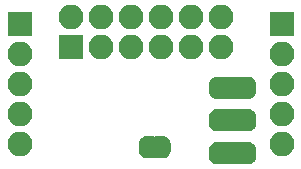
<source format=gbr>
G04 #@! TF.GenerationSoftware,KiCad,Pcbnew,5.0.0*
G04 #@! TF.CreationDate,2018-11-11T13:40:21-05:00*
G04 #@! TF.ProjectId,Pi-I2C-Level-Shifter,50692D4932432D4C6576656C2D536869,rev?*
G04 #@! TF.SameCoordinates,Original*
G04 #@! TF.FileFunction,Soldermask,Bot*
G04 #@! TF.FilePolarity,Negative*
%FSLAX46Y46*%
G04 Gerber Fmt 4.6, Leading zero omitted, Abs format (unit mm)*
G04 Created by KiCad (PCBNEW 5.0.0) date Sun Nov 11 13:40:21 2018*
%MOMM*%
%LPD*%
G01*
G04 APERTURE LIST*
%ADD10C,0.500000*%
%ADD11C,0.100000*%
%ADD12R,1.400000X1.900000*%
%ADD13R,2.100000X2.100000*%
%ADD14O,2.100000X2.100000*%
G04 APERTURE END LIST*
D10*
G04 #@! TO.C,JP1*
X194975000Y-91694000D03*
D11*
G36*
X194981112Y-90744602D02*
X194999534Y-90744602D01*
X195019140Y-90745565D01*
X195067971Y-90750375D01*
X195087380Y-90753254D01*
X195135505Y-90762826D01*
X195154548Y-90767596D01*
X195201503Y-90781840D01*
X195219980Y-90788451D01*
X195265313Y-90807228D01*
X195283061Y-90815623D01*
X195326334Y-90838754D01*
X195343162Y-90848840D01*
X195383961Y-90876100D01*
X195399730Y-90887795D01*
X195437659Y-90918923D01*
X195452200Y-90932103D01*
X195486897Y-90966800D01*
X195500077Y-90981341D01*
X195531205Y-91019270D01*
X195542900Y-91035039D01*
X195570160Y-91075838D01*
X195580246Y-91092666D01*
X195603377Y-91135939D01*
X195611772Y-91153687D01*
X195630549Y-91199020D01*
X195637160Y-91217497D01*
X195651404Y-91264452D01*
X195656174Y-91283495D01*
X195665746Y-91331620D01*
X195668625Y-91351029D01*
X195673435Y-91399860D01*
X195674398Y-91419466D01*
X195674398Y-91437888D01*
X195675000Y-91444000D01*
X195675000Y-91944000D01*
X195674398Y-91950112D01*
X195674398Y-91968534D01*
X195673435Y-91988140D01*
X195668625Y-92036971D01*
X195665746Y-92056380D01*
X195656174Y-92104505D01*
X195651404Y-92123548D01*
X195637160Y-92170503D01*
X195630549Y-92188980D01*
X195611772Y-92234313D01*
X195603377Y-92252061D01*
X195580246Y-92295334D01*
X195570160Y-92312162D01*
X195542900Y-92352961D01*
X195531205Y-92368730D01*
X195500077Y-92406659D01*
X195486897Y-92421200D01*
X195452200Y-92455897D01*
X195437659Y-92469077D01*
X195399730Y-92500205D01*
X195383961Y-92511900D01*
X195343162Y-92539160D01*
X195326334Y-92549246D01*
X195283061Y-92572377D01*
X195265313Y-92580772D01*
X195219980Y-92599549D01*
X195201503Y-92606160D01*
X195154548Y-92620404D01*
X195135505Y-92625174D01*
X195087380Y-92634746D01*
X195067971Y-92637625D01*
X195019140Y-92642435D01*
X194999534Y-92643398D01*
X194981112Y-92643398D01*
X194975000Y-92644000D01*
X194475000Y-92644000D01*
X194435982Y-92640157D01*
X194398463Y-92628776D01*
X194363886Y-92610294D01*
X194333579Y-92585421D01*
X194308706Y-92555114D01*
X194290224Y-92520537D01*
X194278843Y-92483018D01*
X194275000Y-92444000D01*
X194275000Y-90944000D01*
X194278843Y-90904982D01*
X194290224Y-90867463D01*
X194308706Y-90832886D01*
X194333579Y-90802579D01*
X194363886Y-90777706D01*
X194398463Y-90759224D01*
X194435982Y-90747843D01*
X194475000Y-90744000D01*
X194975000Y-90744000D01*
X194981112Y-90744602D01*
X194981112Y-90744602D01*
G37*
D10*
X193675000Y-91694000D03*
D11*
G36*
X194214018Y-90747843D02*
X194251537Y-90759224D01*
X194286114Y-90777706D01*
X194316421Y-90802579D01*
X194341294Y-90832886D01*
X194359776Y-90867463D01*
X194371157Y-90904982D01*
X194375000Y-90944000D01*
X194375000Y-92444000D01*
X194371157Y-92483018D01*
X194359776Y-92520537D01*
X194341294Y-92555114D01*
X194316421Y-92585421D01*
X194286114Y-92610294D01*
X194251537Y-92628776D01*
X194214018Y-92640157D01*
X194175000Y-92644000D01*
X193675000Y-92644000D01*
X193668888Y-92643398D01*
X193650466Y-92643398D01*
X193630860Y-92642435D01*
X193582029Y-92637625D01*
X193562620Y-92634746D01*
X193514495Y-92625174D01*
X193495452Y-92620404D01*
X193448497Y-92606160D01*
X193430020Y-92599549D01*
X193384687Y-92580772D01*
X193366939Y-92572377D01*
X193323666Y-92549246D01*
X193306838Y-92539160D01*
X193266039Y-92511900D01*
X193250270Y-92500205D01*
X193212341Y-92469077D01*
X193197800Y-92455897D01*
X193163103Y-92421200D01*
X193149923Y-92406659D01*
X193118795Y-92368730D01*
X193107100Y-92352961D01*
X193079840Y-92312162D01*
X193069754Y-92295334D01*
X193046623Y-92252061D01*
X193038228Y-92234313D01*
X193019451Y-92188980D01*
X193012840Y-92170503D01*
X192998596Y-92123548D01*
X192993826Y-92104505D01*
X192984254Y-92056380D01*
X192981375Y-92036971D01*
X192976565Y-91988140D01*
X192975602Y-91968534D01*
X192975602Y-91950112D01*
X192975000Y-91944000D01*
X192975000Y-91444000D01*
X192975602Y-91437888D01*
X192975602Y-91419466D01*
X192976565Y-91399860D01*
X192981375Y-91351029D01*
X192984254Y-91331620D01*
X192993826Y-91283495D01*
X192998596Y-91264452D01*
X193012840Y-91217497D01*
X193019451Y-91199020D01*
X193038228Y-91153687D01*
X193046623Y-91135939D01*
X193069754Y-91092666D01*
X193079840Y-91075838D01*
X193107100Y-91035039D01*
X193118795Y-91019270D01*
X193149923Y-90981341D01*
X193163103Y-90966800D01*
X193197800Y-90932103D01*
X193212341Y-90918923D01*
X193250270Y-90887795D01*
X193266039Y-90876100D01*
X193306838Y-90848840D01*
X193323666Y-90838754D01*
X193366939Y-90815623D01*
X193384687Y-90807228D01*
X193430020Y-90788451D01*
X193448497Y-90781840D01*
X193495452Y-90767596D01*
X193514495Y-90762826D01*
X193562620Y-90753254D01*
X193582029Y-90750375D01*
X193630860Y-90745565D01*
X193650466Y-90744602D01*
X193668888Y-90744602D01*
X193675000Y-90744000D01*
X194175000Y-90744000D01*
X194214018Y-90747843D01*
X194214018Y-90747843D01*
G37*
G04 #@! TD*
D10*
G04 #@! TO.C,JP4*
X199614000Y-86661729D03*
D11*
G36*
X200203018Y-85715572D02*
X200240537Y-85726953D01*
X200275114Y-85745435D01*
X200305421Y-85770308D01*
X200330294Y-85800615D01*
X200348776Y-85835192D01*
X200360157Y-85872711D01*
X200364000Y-85911729D01*
X200364000Y-87411729D01*
X200360157Y-87450747D01*
X200348776Y-87488266D01*
X200330294Y-87522843D01*
X200305421Y-87553150D01*
X200275114Y-87578023D01*
X200240537Y-87596505D01*
X200203018Y-87607886D01*
X200164000Y-87611729D01*
X199614000Y-87611729D01*
X199607888Y-87611127D01*
X199589466Y-87611127D01*
X199569860Y-87610164D01*
X199521029Y-87605354D01*
X199501620Y-87602475D01*
X199453495Y-87592903D01*
X199434452Y-87588133D01*
X199387497Y-87573889D01*
X199369020Y-87567278D01*
X199323687Y-87548501D01*
X199305939Y-87540106D01*
X199262666Y-87516975D01*
X199245838Y-87506889D01*
X199205039Y-87479629D01*
X199189270Y-87467934D01*
X199151341Y-87436806D01*
X199136800Y-87423626D01*
X199102103Y-87388929D01*
X199088923Y-87374388D01*
X199057795Y-87336459D01*
X199046100Y-87320690D01*
X199018840Y-87279891D01*
X199008754Y-87263063D01*
X198985623Y-87219790D01*
X198977228Y-87202042D01*
X198958451Y-87156709D01*
X198951840Y-87138232D01*
X198937596Y-87091277D01*
X198932826Y-87072234D01*
X198923254Y-87024109D01*
X198920375Y-87004700D01*
X198915565Y-86955869D01*
X198914602Y-86936263D01*
X198914602Y-86917841D01*
X198914000Y-86911729D01*
X198914000Y-86411729D01*
X198914602Y-86405617D01*
X198914602Y-86387195D01*
X198915565Y-86367589D01*
X198920375Y-86318758D01*
X198923254Y-86299349D01*
X198932826Y-86251224D01*
X198937596Y-86232181D01*
X198951840Y-86185226D01*
X198958451Y-86166749D01*
X198977228Y-86121416D01*
X198985623Y-86103668D01*
X199008754Y-86060395D01*
X199018840Y-86043567D01*
X199046100Y-86002768D01*
X199057795Y-85986999D01*
X199088923Y-85949070D01*
X199102103Y-85934529D01*
X199136800Y-85899832D01*
X199151341Y-85886652D01*
X199189270Y-85855524D01*
X199205039Y-85843829D01*
X199245838Y-85816569D01*
X199262666Y-85806483D01*
X199305939Y-85783352D01*
X199323687Y-85774957D01*
X199369020Y-85756180D01*
X199387497Y-85749569D01*
X199434452Y-85735325D01*
X199453495Y-85730555D01*
X199501620Y-85720983D01*
X199521029Y-85718104D01*
X199569860Y-85713294D01*
X199589466Y-85712331D01*
X199607888Y-85712331D01*
X199614000Y-85711729D01*
X200164000Y-85711729D01*
X200203018Y-85715572D01*
X200203018Y-85715572D01*
G37*
D10*
X202214000Y-86661729D03*
D11*
G36*
X202220112Y-85712331D02*
X202238534Y-85712331D01*
X202258140Y-85713294D01*
X202306971Y-85718104D01*
X202326380Y-85720983D01*
X202374505Y-85730555D01*
X202393548Y-85735325D01*
X202440503Y-85749569D01*
X202458980Y-85756180D01*
X202504313Y-85774957D01*
X202522061Y-85783352D01*
X202565334Y-85806483D01*
X202582162Y-85816569D01*
X202622961Y-85843829D01*
X202638730Y-85855524D01*
X202676659Y-85886652D01*
X202691200Y-85899832D01*
X202725897Y-85934529D01*
X202739077Y-85949070D01*
X202770205Y-85986999D01*
X202781900Y-86002768D01*
X202809160Y-86043567D01*
X202819246Y-86060395D01*
X202842377Y-86103668D01*
X202850772Y-86121416D01*
X202869549Y-86166749D01*
X202876160Y-86185226D01*
X202890404Y-86232181D01*
X202895174Y-86251224D01*
X202904746Y-86299349D01*
X202907625Y-86318758D01*
X202912435Y-86367589D01*
X202913398Y-86387195D01*
X202913398Y-86405617D01*
X202914000Y-86411729D01*
X202914000Y-86911729D01*
X202913398Y-86917841D01*
X202913398Y-86936263D01*
X202912435Y-86955869D01*
X202907625Y-87004700D01*
X202904746Y-87024109D01*
X202895174Y-87072234D01*
X202890404Y-87091277D01*
X202876160Y-87138232D01*
X202869549Y-87156709D01*
X202850772Y-87202042D01*
X202842377Y-87219790D01*
X202819246Y-87263063D01*
X202809160Y-87279891D01*
X202781900Y-87320690D01*
X202770205Y-87336459D01*
X202739077Y-87374388D01*
X202725897Y-87388929D01*
X202691200Y-87423626D01*
X202676659Y-87436806D01*
X202638730Y-87467934D01*
X202622961Y-87479629D01*
X202582162Y-87506889D01*
X202565334Y-87516975D01*
X202522061Y-87540106D01*
X202504313Y-87548501D01*
X202458980Y-87567278D01*
X202440503Y-87573889D01*
X202393548Y-87588133D01*
X202374505Y-87592903D01*
X202326380Y-87602475D01*
X202306971Y-87605354D01*
X202258140Y-87610164D01*
X202238534Y-87611127D01*
X202220112Y-87611127D01*
X202214000Y-87611729D01*
X201664000Y-87611729D01*
X201624982Y-87607886D01*
X201587463Y-87596505D01*
X201552886Y-87578023D01*
X201522579Y-87553150D01*
X201497706Y-87522843D01*
X201479224Y-87488266D01*
X201467843Y-87450747D01*
X201464000Y-87411729D01*
X201464000Y-85911729D01*
X201467843Y-85872711D01*
X201479224Y-85835192D01*
X201497706Y-85800615D01*
X201522579Y-85770308D01*
X201552886Y-85745435D01*
X201587463Y-85726953D01*
X201624982Y-85715572D01*
X201664000Y-85711729D01*
X202214000Y-85711729D01*
X202220112Y-85712331D01*
X202220112Y-85712331D01*
G37*
D12*
X200914000Y-86661729D03*
G04 #@! TD*
G04 #@! TO.C,JP3*
X200914000Y-89408000D03*
D10*
X202214000Y-89408000D03*
D11*
G36*
X202220112Y-88458602D02*
X202238534Y-88458602D01*
X202258140Y-88459565D01*
X202306971Y-88464375D01*
X202326380Y-88467254D01*
X202374505Y-88476826D01*
X202393548Y-88481596D01*
X202440503Y-88495840D01*
X202458980Y-88502451D01*
X202504313Y-88521228D01*
X202522061Y-88529623D01*
X202565334Y-88552754D01*
X202582162Y-88562840D01*
X202622961Y-88590100D01*
X202638730Y-88601795D01*
X202676659Y-88632923D01*
X202691200Y-88646103D01*
X202725897Y-88680800D01*
X202739077Y-88695341D01*
X202770205Y-88733270D01*
X202781900Y-88749039D01*
X202809160Y-88789838D01*
X202819246Y-88806666D01*
X202842377Y-88849939D01*
X202850772Y-88867687D01*
X202869549Y-88913020D01*
X202876160Y-88931497D01*
X202890404Y-88978452D01*
X202895174Y-88997495D01*
X202904746Y-89045620D01*
X202907625Y-89065029D01*
X202912435Y-89113860D01*
X202913398Y-89133466D01*
X202913398Y-89151888D01*
X202914000Y-89158000D01*
X202914000Y-89658000D01*
X202913398Y-89664112D01*
X202913398Y-89682534D01*
X202912435Y-89702140D01*
X202907625Y-89750971D01*
X202904746Y-89770380D01*
X202895174Y-89818505D01*
X202890404Y-89837548D01*
X202876160Y-89884503D01*
X202869549Y-89902980D01*
X202850772Y-89948313D01*
X202842377Y-89966061D01*
X202819246Y-90009334D01*
X202809160Y-90026162D01*
X202781900Y-90066961D01*
X202770205Y-90082730D01*
X202739077Y-90120659D01*
X202725897Y-90135200D01*
X202691200Y-90169897D01*
X202676659Y-90183077D01*
X202638730Y-90214205D01*
X202622961Y-90225900D01*
X202582162Y-90253160D01*
X202565334Y-90263246D01*
X202522061Y-90286377D01*
X202504313Y-90294772D01*
X202458980Y-90313549D01*
X202440503Y-90320160D01*
X202393548Y-90334404D01*
X202374505Y-90339174D01*
X202326380Y-90348746D01*
X202306971Y-90351625D01*
X202258140Y-90356435D01*
X202238534Y-90357398D01*
X202220112Y-90357398D01*
X202214000Y-90358000D01*
X201664000Y-90358000D01*
X201624982Y-90354157D01*
X201587463Y-90342776D01*
X201552886Y-90324294D01*
X201522579Y-90299421D01*
X201497706Y-90269114D01*
X201479224Y-90234537D01*
X201467843Y-90197018D01*
X201464000Y-90158000D01*
X201464000Y-88658000D01*
X201467843Y-88618982D01*
X201479224Y-88581463D01*
X201497706Y-88546886D01*
X201522579Y-88516579D01*
X201552886Y-88491706D01*
X201587463Y-88473224D01*
X201624982Y-88461843D01*
X201664000Y-88458000D01*
X202214000Y-88458000D01*
X202220112Y-88458602D01*
X202220112Y-88458602D01*
G37*
D10*
X199614000Y-89408000D03*
D11*
G36*
X200203018Y-88461843D02*
X200240537Y-88473224D01*
X200275114Y-88491706D01*
X200305421Y-88516579D01*
X200330294Y-88546886D01*
X200348776Y-88581463D01*
X200360157Y-88618982D01*
X200364000Y-88658000D01*
X200364000Y-90158000D01*
X200360157Y-90197018D01*
X200348776Y-90234537D01*
X200330294Y-90269114D01*
X200305421Y-90299421D01*
X200275114Y-90324294D01*
X200240537Y-90342776D01*
X200203018Y-90354157D01*
X200164000Y-90358000D01*
X199614000Y-90358000D01*
X199607888Y-90357398D01*
X199589466Y-90357398D01*
X199569860Y-90356435D01*
X199521029Y-90351625D01*
X199501620Y-90348746D01*
X199453495Y-90339174D01*
X199434452Y-90334404D01*
X199387497Y-90320160D01*
X199369020Y-90313549D01*
X199323687Y-90294772D01*
X199305939Y-90286377D01*
X199262666Y-90263246D01*
X199245838Y-90253160D01*
X199205039Y-90225900D01*
X199189270Y-90214205D01*
X199151341Y-90183077D01*
X199136800Y-90169897D01*
X199102103Y-90135200D01*
X199088923Y-90120659D01*
X199057795Y-90082730D01*
X199046100Y-90066961D01*
X199018840Y-90026162D01*
X199008754Y-90009334D01*
X198985623Y-89966061D01*
X198977228Y-89948313D01*
X198958451Y-89902980D01*
X198951840Y-89884503D01*
X198937596Y-89837548D01*
X198932826Y-89818505D01*
X198923254Y-89770380D01*
X198920375Y-89750971D01*
X198915565Y-89702140D01*
X198914602Y-89682534D01*
X198914602Y-89664112D01*
X198914000Y-89658000D01*
X198914000Y-89158000D01*
X198914602Y-89151888D01*
X198914602Y-89133466D01*
X198915565Y-89113860D01*
X198920375Y-89065029D01*
X198923254Y-89045620D01*
X198932826Y-88997495D01*
X198937596Y-88978452D01*
X198951840Y-88931497D01*
X198958451Y-88913020D01*
X198977228Y-88867687D01*
X198985623Y-88849939D01*
X199008754Y-88806666D01*
X199018840Y-88789838D01*
X199046100Y-88749039D01*
X199057795Y-88733270D01*
X199088923Y-88695341D01*
X199102103Y-88680800D01*
X199136800Y-88646103D01*
X199151341Y-88632923D01*
X199189270Y-88601795D01*
X199205039Y-88590100D01*
X199245838Y-88562840D01*
X199262666Y-88552754D01*
X199305939Y-88529623D01*
X199323687Y-88521228D01*
X199369020Y-88502451D01*
X199387497Y-88495840D01*
X199434452Y-88481596D01*
X199453495Y-88476826D01*
X199501620Y-88467254D01*
X199521029Y-88464375D01*
X199569860Y-88459565D01*
X199589466Y-88458602D01*
X199607888Y-88458602D01*
X199614000Y-88458000D01*
X200164000Y-88458000D01*
X200203018Y-88461843D01*
X200203018Y-88461843D01*
G37*
G04 #@! TD*
D10*
G04 #@! TO.C,JP2*
X199614000Y-92202000D03*
D11*
G36*
X200203018Y-91255843D02*
X200240537Y-91267224D01*
X200275114Y-91285706D01*
X200305421Y-91310579D01*
X200330294Y-91340886D01*
X200348776Y-91375463D01*
X200360157Y-91412982D01*
X200364000Y-91452000D01*
X200364000Y-92952000D01*
X200360157Y-92991018D01*
X200348776Y-93028537D01*
X200330294Y-93063114D01*
X200305421Y-93093421D01*
X200275114Y-93118294D01*
X200240537Y-93136776D01*
X200203018Y-93148157D01*
X200164000Y-93152000D01*
X199614000Y-93152000D01*
X199607888Y-93151398D01*
X199589466Y-93151398D01*
X199569860Y-93150435D01*
X199521029Y-93145625D01*
X199501620Y-93142746D01*
X199453495Y-93133174D01*
X199434452Y-93128404D01*
X199387497Y-93114160D01*
X199369020Y-93107549D01*
X199323687Y-93088772D01*
X199305939Y-93080377D01*
X199262666Y-93057246D01*
X199245838Y-93047160D01*
X199205039Y-93019900D01*
X199189270Y-93008205D01*
X199151341Y-92977077D01*
X199136800Y-92963897D01*
X199102103Y-92929200D01*
X199088923Y-92914659D01*
X199057795Y-92876730D01*
X199046100Y-92860961D01*
X199018840Y-92820162D01*
X199008754Y-92803334D01*
X198985623Y-92760061D01*
X198977228Y-92742313D01*
X198958451Y-92696980D01*
X198951840Y-92678503D01*
X198937596Y-92631548D01*
X198932826Y-92612505D01*
X198923254Y-92564380D01*
X198920375Y-92544971D01*
X198915565Y-92496140D01*
X198914602Y-92476534D01*
X198914602Y-92458112D01*
X198914000Y-92452000D01*
X198914000Y-91952000D01*
X198914602Y-91945888D01*
X198914602Y-91927466D01*
X198915565Y-91907860D01*
X198920375Y-91859029D01*
X198923254Y-91839620D01*
X198932826Y-91791495D01*
X198937596Y-91772452D01*
X198951840Y-91725497D01*
X198958451Y-91707020D01*
X198977228Y-91661687D01*
X198985623Y-91643939D01*
X199008754Y-91600666D01*
X199018840Y-91583838D01*
X199046100Y-91543039D01*
X199057795Y-91527270D01*
X199088923Y-91489341D01*
X199102103Y-91474800D01*
X199136800Y-91440103D01*
X199151341Y-91426923D01*
X199189270Y-91395795D01*
X199205039Y-91384100D01*
X199245838Y-91356840D01*
X199262666Y-91346754D01*
X199305939Y-91323623D01*
X199323687Y-91315228D01*
X199369020Y-91296451D01*
X199387497Y-91289840D01*
X199434452Y-91275596D01*
X199453495Y-91270826D01*
X199501620Y-91261254D01*
X199521029Y-91258375D01*
X199569860Y-91253565D01*
X199589466Y-91252602D01*
X199607888Y-91252602D01*
X199614000Y-91252000D01*
X200164000Y-91252000D01*
X200203018Y-91255843D01*
X200203018Y-91255843D01*
G37*
D10*
X202214000Y-92202000D03*
D11*
G36*
X202220112Y-91252602D02*
X202238534Y-91252602D01*
X202258140Y-91253565D01*
X202306971Y-91258375D01*
X202326380Y-91261254D01*
X202374505Y-91270826D01*
X202393548Y-91275596D01*
X202440503Y-91289840D01*
X202458980Y-91296451D01*
X202504313Y-91315228D01*
X202522061Y-91323623D01*
X202565334Y-91346754D01*
X202582162Y-91356840D01*
X202622961Y-91384100D01*
X202638730Y-91395795D01*
X202676659Y-91426923D01*
X202691200Y-91440103D01*
X202725897Y-91474800D01*
X202739077Y-91489341D01*
X202770205Y-91527270D01*
X202781900Y-91543039D01*
X202809160Y-91583838D01*
X202819246Y-91600666D01*
X202842377Y-91643939D01*
X202850772Y-91661687D01*
X202869549Y-91707020D01*
X202876160Y-91725497D01*
X202890404Y-91772452D01*
X202895174Y-91791495D01*
X202904746Y-91839620D01*
X202907625Y-91859029D01*
X202912435Y-91907860D01*
X202913398Y-91927466D01*
X202913398Y-91945888D01*
X202914000Y-91952000D01*
X202914000Y-92452000D01*
X202913398Y-92458112D01*
X202913398Y-92476534D01*
X202912435Y-92496140D01*
X202907625Y-92544971D01*
X202904746Y-92564380D01*
X202895174Y-92612505D01*
X202890404Y-92631548D01*
X202876160Y-92678503D01*
X202869549Y-92696980D01*
X202850772Y-92742313D01*
X202842377Y-92760061D01*
X202819246Y-92803334D01*
X202809160Y-92820162D01*
X202781900Y-92860961D01*
X202770205Y-92876730D01*
X202739077Y-92914659D01*
X202725897Y-92929200D01*
X202691200Y-92963897D01*
X202676659Y-92977077D01*
X202638730Y-93008205D01*
X202622961Y-93019900D01*
X202582162Y-93047160D01*
X202565334Y-93057246D01*
X202522061Y-93080377D01*
X202504313Y-93088772D01*
X202458980Y-93107549D01*
X202440503Y-93114160D01*
X202393548Y-93128404D01*
X202374505Y-93133174D01*
X202326380Y-93142746D01*
X202306971Y-93145625D01*
X202258140Y-93150435D01*
X202238534Y-93151398D01*
X202220112Y-93151398D01*
X202214000Y-93152000D01*
X201664000Y-93152000D01*
X201624982Y-93148157D01*
X201587463Y-93136776D01*
X201552886Y-93118294D01*
X201522579Y-93093421D01*
X201497706Y-93063114D01*
X201479224Y-93028537D01*
X201467843Y-92991018D01*
X201464000Y-92952000D01*
X201464000Y-91452000D01*
X201467843Y-91412982D01*
X201479224Y-91375463D01*
X201497706Y-91340886D01*
X201522579Y-91310579D01*
X201552886Y-91285706D01*
X201587463Y-91267224D01*
X201624982Y-91255843D01*
X201664000Y-91252000D01*
X202214000Y-91252000D01*
X202220112Y-91252602D01*
X202220112Y-91252602D01*
G37*
D12*
X200914000Y-92202000D03*
G04 #@! TD*
D13*
G04 #@! TO.C,J2*
X187198000Y-83185000D03*
D14*
X187198000Y-80645000D03*
X189738000Y-83185000D03*
X189738000Y-80645000D03*
X192278000Y-83185000D03*
X192278000Y-80645000D03*
X194818000Y-83185000D03*
X194818000Y-80645000D03*
X197358000Y-83185000D03*
X197358000Y-80645000D03*
X199898000Y-83185000D03*
X199898000Y-80645000D03*
G04 #@! TD*
D13*
G04 #@! TO.C,J4*
X205105000Y-81280000D03*
D14*
X205105000Y-83820000D03*
X205105000Y-86360000D03*
X205105000Y-88900000D03*
X205105000Y-91440000D03*
G04 #@! TD*
D13*
G04 #@! TO.C,J1*
X182880000Y-81280000D03*
D14*
X182880000Y-83820000D03*
X182880000Y-86360000D03*
X182880000Y-88900000D03*
X182880000Y-91440000D03*
G04 #@! TD*
M02*

</source>
